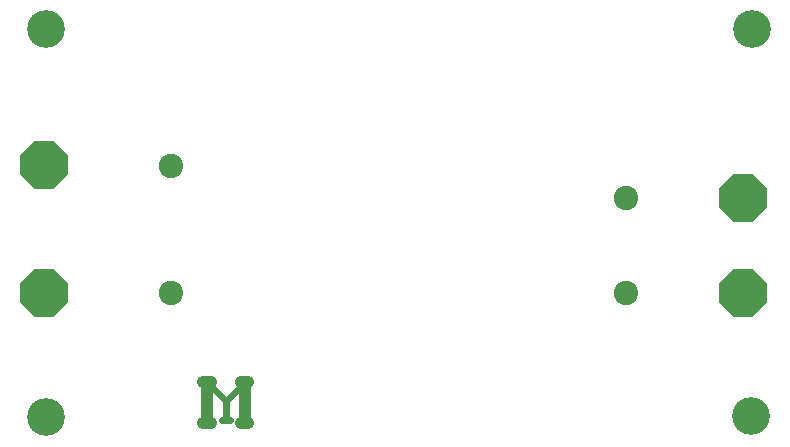
<source format=gbr>
G04 EAGLE Gerber RS-274X export*
G75*
%MOMM*%
%FSLAX34Y34*%
%LPD*%
%INSoldermask Top*%
%IPPOS*%
%AMOC8*
5,1,8,0,0,1.08239X$1,22.5*%
G01*
%ADD10C,1.016000*%
%ADD11C,0.609600*%
%ADD12C,3.203200*%
%ADD13P,4.343848X8X22.500000*%
%ADD14C,2.063200*%


D10*
X180975Y41275D02*
X180975Y73025D01*
D11*
X196850Y57150D02*
X196850Y41275D01*
D10*
X212725Y41275D02*
X212725Y73025D01*
D11*
X196850Y57150D02*
X180975Y73025D01*
X196850Y57150D02*
X212725Y73025D01*
D10*
X184150Y38100D02*
X177800Y38100D01*
X209550Y38100D02*
X215900Y38100D01*
X184150Y73025D02*
X180975Y73025D01*
X177800Y73025D01*
X209550Y73025D02*
X215900Y73025D01*
D11*
X200025Y41275D02*
X193675Y41275D01*
D12*
X641350Y44450D03*
X642620Y372110D03*
X44450Y43180D03*
X44450Y372110D03*
D13*
X43180Y148590D03*
X43180Y256540D03*
X635000Y228600D03*
X635000Y148590D03*
D14*
X150400Y148800D03*
X150400Y256300D03*
X535400Y148800D03*
X535400Y228800D03*
M02*

</source>
